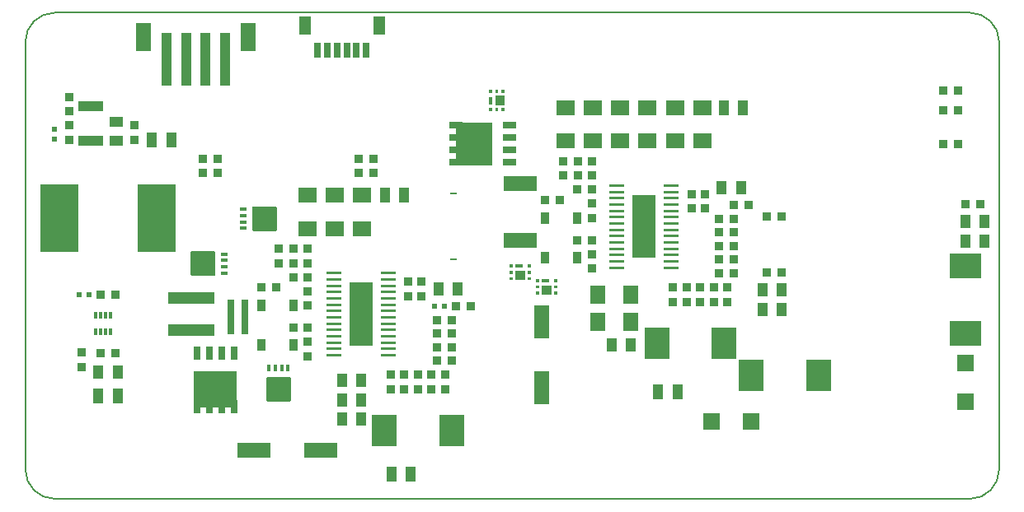
<source format=gtp>
%FSTAX43Y43*%
%MOMM*%
G71*
G01*
G75*
G04 Layer_Color=8421504*
%ADD10R,2.500X3.300*%
%ADD11R,1.500X1.900*%
%ADD12R,1.600X0.300*%
%ADD13R,3.400X9.700*%
%ADD14R,0.400X0.455*%
%ADD15R,1.050X1.100*%
%ADD16R,0.400X0.850*%
%ADD17C,1.500*%
%ADD18R,1.400X0.700*%
%ADD19R,3.800X4.500*%
%ADD20R,0.900X0.900*%
%ADD21R,1.700X1.700*%
%ADD22R,1.000X1.400*%
%ADD23R,1.700X1.700*%
%ADD24R,1.300X1.900*%
%ADD25R,0.650X1.600*%
%ADD26R,1.000X5.500*%
%ADD27R,1.600X3.000*%
%ADD28R,4.000X7.000*%
%ADD29R,0.300X0.800*%
%ADD30R,3.300X2.500*%
%ADD31R,1.000X1.500*%
%ADD32R,1.900X1.500*%
%ADD33R,3.000X2.500*%
%ADD34R,3.500X1.500*%
%ADD35R,0.900X1.200*%
%ADD36R,0.900X0.900*%
%ADD37R,0.455X0.400*%
%ADD38R,1.100X1.050*%
%ADD39R,0.850X0.400*%
%ADD40R,1.499X3.404*%
%ADD41R,0.600X0.600*%
%ADD42R,0.400X0.700*%
G04:AMPARAMS|DCode=43|XSize=2.51mm|YSize=2.55mm|CornerRadius=0.063mm|HoleSize=0mm|Usage=FLASHONLY|Rotation=270.000|XOffset=0mm|YOffset=0mm|HoleType=Round|Shape=RoundedRectangle|*
%AMROUNDEDRECTD43*
21,1,2.510,2.425,0,0,270.0*
21,1,2.385,2.550,0,0,270.0*
1,1,0.126,-1.212,-1.192*
1,1,0.126,-1.212,1.192*
1,1,0.126,1.212,1.192*
1,1,0.126,1.212,-1.192*
%
%ADD43ROUNDEDRECTD43*%
%ADD44R,0.753X3.600*%
%ADD45R,3.404X1.499*%
%ADD46R,0.700X0.400*%
G04:AMPARAMS|DCode=47|XSize=2.51mm|YSize=2.55mm|CornerRadius=0.063mm|HoleSize=0mm|Usage=FLASHONLY|Rotation=0.000|XOffset=0mm|YOffset=0mm|HoleType=Round|Shape=RoundedRectangle|*
%AMROUNDEDRECTD47*
21,1,2.510,2.425,0,0,0.0*
21,1,2.385,2.550,0,0,0.0*
1,1,0.126,1.192,-1.212*
1,1,0.126,-1.192,-1.212*
1,1,0.126,-1.192,1.212*
1,1,0.126,1.192,1.212*
%
%ADD47ROUNDEDRECTD47*%
%ADD48R,2.500X1.000*%
%ADD49R,1.400X1.000*%
%ADD50R,0.700X1.400*%
%ADD51R,4.500X3.800*%
%ADD52R,0.600X0.600*%
%ADD53R,4.700X1.250*%
%ADD54C,1.000*%
%ADD55C,0.600*%
%ADD56C,0.500*%
%ADD57C,0.300*%
%ADD58C,1.500*%
%ADD59C,0.900*%
%ADD60C,0.400*%
%ADD61C,1.700*%
%ADD62R,11.700X1.200*%
%ADD63R,4.000X11.800*%
%ADD64R,2.500X1.250*%
%ADD65R,2.500X7.100*%
%ADD66R,5.300X3.150*%
%ADD67R,6.100X1.000*%
%ADD68R,2.500X2.100*%
%ADD69R,13.900X1.900*%
%ADD70R,6.600X1.900*%
%ADD71R,3.200X8.500*%
%ADD72R,1.400X10.500*%
%ADD73R,3.300X1.500*%
%ADD74R,1.500X9.100*%
%ADD75R,1.100X3.875*%
%ADD76R,7.900X4.400*%
%ADD77R,3.200X0.600*%
%ADD78R,3.875X1.600*%
%ADD79R,15.400X1.900*%
%ADD80R,2.500X9.900*%
%ADD81R,3.400X4.200*%
%ADD82R,8.300X5.400*%
%ADD83R,24.000X2.700*%
%ADD84R,3.000X2.800*%
%ADD85R,2.900X11.200*%
%ADD86R,1.400X3.600*%
%ADD87R,4.200X1.450*%
%ADD88R,3.400X0.800*%
%ADD89R,1.000X9.300*%
%ADD90R,4.200X0.900*%
%ADD91R,3.400X5.700*%
%ADD92R,7.100X3.400*%
%ADD93R,4.400X8.250*%
%ADD94R,3.800X7.000*%
%ADD95R,4.400X13.600*%
%ADD96R,1.800X7.200*%
%ADD97R,5.100X10.400*%
%ADD98R,5.100X4.000*%
%ADD99R,7.200X5.500*%
%ADD100R,8.400X1.300*%
%ADD101R,6.100X3.100*%
%ADD102C,0.200*%
%ADD103R,2.000X2.000*%
%ADD104C,2.000*%
%ADD105C,0.500*%
%ADD106O,5.080X3.500*%
%ADD107O,3.000X4.000*%
%ADD108O,4.000X3.000*%
%ADD109C,0.700*%
%ADD110O,2.000X4.000*%
%ADD111C,1.700*%
%ADD112C,1.600*%
%ADD113R,1.600X1.600*%
%ADD114C,0.600*%
G04:AMPARAMS|DCode=115|XSize=14mm|YSize=4mm|CornerRadius=1mm|HoleSize=0mm|Usage=FLASHONLY|Rotation=0.000|XOffset=0mm|YOffset=0mm|HoleType=Round|Shape=RoundedRectangle|*
%AMROUNDEDRECTD115*
21,1,14.000,2.000,0,0,0.0*
21,1,12.000,4.000,0,0,0.0*
1,1,2.000,6.000,-1.000*
1,1,2.000,-6.000,-1.000*
1,1,2.000,-6.000,1.000*
1,1,2.000,6.000,1.000*
%
%ADD115ROUNDEDRECTD115*%
G04:AMPARAMS|DCode=116|XSize=14mm|YSize=4mm|CornerRadius=1mm|HoleSize=0mm|Usage=FLASHONLY|Rotation=270.000|XOffset=0mm|YOffset=0mm|HoleType=Round|Shape=RoundedRectangle|*
%AMROUNDEDRECTD116*
21,1,14.000,2.000,0,0,270.0*
21,1,12.000,4.000,0,0,270.0*
1,1,2.000,-1.000,-6.000*
1,1,2.000,-1.000,6.000*
1,1,2.000,1.000,6.000*
1,1,2.000,1.000,-6.000*
%
%ADD116ROUNDEDRECTD116*%
G04:AMPARAMS|DCode=117|XSize=8mm|YSize=8mm|CornerRadius=2mm|HoleSize=0mm|Usage=FLASHONLY|Rotation=270.000|XOffset=0mm|YOffset=0mm|HoleType=Round|Shape=RoundedRectangle|*
%AMROUNDEDRECTD117*
21,1,8.000,4.000,0,0,270.0*
21,1,4.000,8.000,0,0,270.0*
1,1,4.000,-2.000,-2.000*
1,1,4.000,-2.000,2.000*
1,1,4.000,2.000,2.000*
1,1,4.000,2.000,-2.000*
%
%ADD117ROUNDEDRECTD117*%
G04:AMPARAMS|DCode=118|XSize=9mm|YSize=4mm|CornerRadius=1mm|HoleSize=0mm|Usage=FLASHONLY|Rotation=270.000|XOffset=0mm|YOffset=0mm|HoleType=Round|Shape=RoundedRectangle|*
%AMROUNDEDRECTD118*
21,1,9.000,2.000,0,0,270.0*
21,1,7.000,4.000,0,0,270.0*
1,1,2.000,-1.000,-3.500*
1,1,2.000,-1.000,3.500*
1,1,2.000,1.000,3.500*
1,1,2.000,1.000,-3.500*
%
%ADD118ROUNDEDRECTD118*%
G04:AMPARAMS|DCode=119|XSize=3.5mm|YSize=5.5mm|CornerRadius=0.875mm|HoleSize=0mm|Usage=FLASHONLY|Rotation=270.000|XOffset=0mm|YOffset=0mm|HoleType=Round|Shape=RoundedRectangle|*
%AMROUNDEDRECTD119*
21,1,3.500,3.750,0,0,270.0*
21,1,1.750,5.500,0,0,270.0*
1,1,1.750,-1.875,-0.875*
1,1,1.750,-1.875,0.875*
1,1,1.750,1.875,0.875*
1,1,1.750,1.875,-0.875*
%
%ADD119ROUNDEDRECTD119*%
G04:AMPARAMS|DCode=120|XSize=3.5mm|YSize=3.5mm|CornerRadius=0.875mm|HoleSize=0mm|Usage=FLASHONLY|Rotation=270.000|XOffset=0mm|YOffset=0mm|HoleType=Round|Shape=RoundedRectangle|*
%AMROUNDEDRECTD120*
21,1,3.500,1.750,0,0,270.0*
21,1,1.750,3.500,0,0,270.0*
1,1,1.750,-0.875,-0.875*
1,1,1.750,-0.875,0.875*
1,1,1.750,0.875,0.875*
1,1,1.750,0.875,-0.875*
%
%ADD120ROUNDEDRECTD120*%
G04:AMPARAMS|DCode=121|XSize=6mm|YSize=5mm|CornerRadius=1.25mm|HoleSize=0mm|Usage=FLASHONLY|Rotation=270.000|XOffset=0mm|YOffset=0mm|HoleType=Round|Shape=RoundedRectangle|*
%AMROUNDEDRECTD121*
21,1,6.000,2.500,0,0,270.0*
21,1,3.500,5.000,0,0,270.0*
1,1,2.500,-1.250,-1.750*
1,1,2.500,-1.250,1.750*
1,1,2.500,1.250,1.750*
1,1,2.500,1.250,-1.750*
%
%ADD121ROUNDEDRECTD121*%
G04:AMPARAMS|DCode=122|XSize=6mm|YSize=7mm|CornerRadius=1.5mm|HoleSize=0mm|Usage=FLASHONLY|Rotation=270.000|XOffset=0mm|YOffset=0mm|HoleType=Round|Shape=RoundedRectangle|*
%AMROUNDEDRECTD122*
21,1,6.000,4.000,0,0,270.0*
21,1,3.000,7.000,0,0,270.0*
1,1,3.000,-2.000,-1.500*
1,1,3.000,-2.000,1.500*
1,1,3.000,2.000,1.500*
1,1,3.000,2.000,-1.500*
%
%ADD122ROUNDEDRECTD122*%
%ADD123C,2.000*%
%ADD124R,14.000X6.100*%
%ADD125C,0.100*%
%ADD126C,0.254*%
%ADD127C,0.152*%
%ADD128R,0.689X0.189*%
G36*
X0270889Y0225221D02*
X0270549Y0225221D01*
X0270549Y0225521D01*
X0270889Y0225521D01*
X0270889Y0225221D01*
X0270889Y0225221D02*
G37*
G36*
X0269049Y0225221D02*
X0268708Y0225221D01*
X0268708Y0225521D01*
X0269049Y0225521D01*
X0269049Y0225221D01*
X0269049Y0225221D02*
G37*
G36*
X0254374Y0224721D02*
X0252824Y0224721D01*
X0252824Y0224971D01*
X0254374Y0224971D01*
X0254374Y0224721D01*
X0254374Y0224721D02*
G37*
G36*
X0248774Y0225371D02*
X0247224Y0225371D01*
X0247224Y0225621D01*
X0248774Y0225621D01*
X0248774Y0225371D01*
X0248774Y0225371D02*
G37*
G36*
X0270078Y0225871D02*
X0269328Y0225871D01*
X0269328Y0226171D01*
X0270078Y0226171D01*
X0270078Y0225871D01*
X0270078Y0225871D02*
G37*
G36*
X0269049Y0225871D02*
X0268708Y0225871D01*
X0268708Y0226171D01*
X0269049Y0226171D01*
X0269049Y0225871D01*
X0269049Y0225871D02*
G37*
G36*
X0254374Y0225371D02*
X0252824Y0225371D01*
X0252824Y0225621D01*
X0254374Y0225621D01*
X0254374Y0225371D01*
X0254374Y0225371D02*
G37*
G36*
X0254374Y0224071D02*
X0252824Y0224071D01*
X0252824Y0224321D01*
X0254374Y0224321D01*
X0254374Y0224071D01*
X0254374Y0224071D02*
G37*
G36*
X0248774Y0224071D02*
X0247224Y0224071D01*
X0247224Y0224321D01*
X0248774Y0224321D01*
X0248774Y0224071D01*
X0248774Y0224071D02*
G37*
G36*
X0254374Y0223421D02*
X0252824Y0223421D01*
X0252824Y0223671D01*
X0254374Y0223671D01*
X0254374Y0223421D01*
X0254374Y0223421D02*
G37*
G36*
X0269049Y0224571D02*
X0268708Y0224571D01*
X0268708Y0224871D01*
X0269049Y0224871D01*
X0269049Y0224571D01*
X0269049Y0224571D02*
G37*
G36*
X0248774Y0224721D02*
X0247224Y0224721D01*
X0247224Y0224971D01*
X0248774Y0224971D01*
X0248774Y0224721D01*
X0248774Y0224721D02*
G37*
G36*
X0270889Y0224571D02*
X0270549Y0224571D01*
X0270549Y0224871D01*
X0270889Y0224871D01*
X0270889Y0224571D01*
X0270889Y0224571D02*
G37*
G36*
X0270299Y0224571D02*
X0269299Y0224571D01*
X0269299Y0225521D01*
X0270299Y0225521D01*
X0270299Y0224571D01*
X0270299Y0224571D02*
G37*
G36*
X0270889Y0225871D02*
X0270549Y0225871D01*
X0270549Y0226171D01*
X0270889Y0226171D01*
X0270889Y0225871D01*
X0270889Y0225871D02*
G37*
G36*
X0248774Y0226671D02*
X0247224Y0226671D01*
X0247224Y0226921D01*
X0248774Y0226921D01*
X0248774Y0226671D01*
X0248774Y0226671D02*
G37*
G36*
X0237051Y0226646D02*
X0236449Y0226646D01*
X0236449Y0226945D01*
X0237051Y0226945D01*
X0237051Y0226646D01*
X0237051Y0226646D02*
G37*
G36*
X0233948Y0226646D02*
X0233349Y0226646D01*
X0233349Y0226946D01*
X0233948Y0226946D01*
X0233948Y0226646D01*
X0233948Y0226646D02*
G37*
G36*
X0254374Y0226671D02*
X0252824Y0226671D01*
X0252824Y0226921D01*
X0254374Y0226921D01*
X0254374Y0226671D01*
X0254374Y0226671D02*
G37*
G36*
X0277773Y0227221D02*
X0276224Y0227221D01*
X0276224Y0227471D01*
X0277773Y0227471D01*
X0277773Y0227221D01*
X0277773Y0227221D02*
G37*
G36*
X0268189Y0226721D02*
X0267849Y0226721D01*
X0267849Y0227021D01*
X0268189Y0227021D01*
X0268189Y0226721D01*
X0268189Y0226721D02*
G37*
G36*
X0266349Y0226721D02*
X0266009Y0226721D01*
X0266009Y0227021D01*
X0266349Y0227021D01*
X0266349Y0226721D01*
X0266349Y0226721D02*
G37*
G36*
X0266349Y0226071D02*
X0266009Y0226071D01*
X0266009Y0226371D01*
X0266349Y0226371D01*
X0266349Y0226071D01*
X0266349Y0226071D02*
G37*
G36*
X0254374Y0226021D02*
X0252824Y0226021D01*
X0252824Y0226271D01*
X0254374Y0226271D01*
X0254374Y0226021D01*
X0254374Y0226021D02*
G37*
G36*
X0248774Y0226021D02*
X0247224Y0226021D01*
X0247224Y0226271D01*
X0248774Y0226271D01*
X0248774Y0226021D01*
X0248774Y0226021D02*
G37*
G36*
X0267599Y0226071D02*
X0266599Y0226071D01*
X0266599Y0227021D01*
X0267599Y0227021D01*
X0267599Y0226071D01*
X0267599Y0226071D02*
G37*
G36*
X0235759Y0226546D02*
X0235054Y0226546D01*
X0235054Y0227671D01*
X0235759Y0227671D01*
X0235759Y0226546D01*
X0235759Y0226546D02*
G37*
G36*
X0234853Y0226546D02*
X0234149Y0226546D01*
X0234149Y0227671D01*
X0234853Y0227671D01*
X0234853Y0226546D01*
X0234853Y0226546D02*
G37*
G36*
X0268189Y0226071D02*
X0267849Y0226071D01*
X0267849Y0226371D01*
X0268189Y0226371D01*
X0268189Y0226071D01*
X0268189Y0226071D02*
G37*
G36*
X0248774Y0223421D02*
X0247224Y0223421D01*
X0247224Y0223671D01*
X0248774Y0223671D01*
X0248774Y0223421D01*
X0248774Y0223421D02*
G37*
G36*
X0242124Y0216721D02*
X0241823Y0216721D01*
X0241823Y0217323D01*
X0242124Y0217323D01*
X0242124Y0216721D01*
X0242124Y0216721D02*
G37*
G36*
X0241474Y0216721D02*
X0241173Y0216721D01*
X0241173Y0217322D01*
X0241474Y0217322D01*
X0241474Y0216721D01*
X0241474Y0216721D02*
G37*
G36*
X0243524Y0215326D02*
X0242399Y0215326D01*
X0242399Y0216031D01*
X0243524Y0216031D01*
X0243524Y0215326D01*
X0243524Y0215326D02*
G37*
G36*
X0242774Y0216721D02*
X0242474Y0216721D01*
X0242474Y0217323D01*
X0242774Y0217323D01*
X0242774Y0216721D01*
X0242774Y0216721D02*
G37*
G36*
X0254374Y0218221D02*
X0252824Y0218221D01*
X0252824Y0218471D01*
X0254374Y0218471D01*
X0254374Y0218221D01*
X0254374Y0218221D02*
G37*
G36*
X0248774Y0218221D02*
X0247224Y0218221D01*
X0247224Y0218471D01*
X0248774Y0218471D01*
X0248774Y0218221D01*
X0248774Y0218221D02*
G37*
G36*
X0243424Y0216721D02*
X0243125Y0216721D01*
X0243125Y0217324D01*
X0243424Y0217324D01*
X0243424Y0216721D01*
X0243424Y0216721D02*
G37*
G36*
X0242774Y0213621D02*
X0242474Y0213621D01*
X0242474Y021422D01*
X0242774Y021422D01*
X0242774Y0213621D01*
X0242774Y0213621D02*
G37*
G36*
X0242124Y0213621D02*
X0241823Y0213621D01*
X0241823Y021422D01*
X0242124Y021422D01*
X0242124Y0213621D01*
X0242124Y0213621D02*
G37*
G36*
X0241474Y0213621D02*
X0241172Y0213621D01*
X0241172Y021422D01*
X0241474Y021422D01*
X0241474Y0213621D01*
X0241474Y0213621D02*
G37*
G36*
X0243424Y0213621D02*
X0243124Y0213621D01*
X0243124Y021422D01*
X0243424Y021422D01*
X0243424Y0213621D01*
X0243424Y0213621D02*
G37*
G36*
X0242199Y0215326D02*
X0241073Y0215326D01*
X0241073Y0216031D01*
X0242199Y0216031D01*
X0242199Y0215326D01*
X0242199Y0215326D02*
G37*
G36*
X0243524Y0214421D02*
X0242399Y0214421D01*
X0242399Y0215126D01*
X0243524Y0215126D01*
X0243524Y0214421D01*
X0243524Y0214421D02*
G37*
G36*
X0242199Y0214421D02*
X0241073Y0214421D01*
X0241073Y0215126D01*
X0242199Y0215126D01*
X0242199Y0214421D01*
X0242199Y0214421D02*
G37*
G36*
X0248774Y0218871D02*
X0247224Y0218871D01*
X0247224Y0219121D01*
X0248774Y0219121D01*
X0248774Y0218871D01*
X0248774Y0218871D02*
G37*
G36*
X0254374Y0221471D02*
X0252824Y0221471D01*
X0252824Y0221721D01*
X0254374Y0221721D01*
X0254374Y0221471D01*
X0254374Y0221471D02*
G37*
G36*
X0248774Y0221471D02*
X0247224Y0221471D01*
X0247224Y0221721D01*
X0248774Y0221721D01*
X0248774Y0221471D01*
X0248774Y0221471D02*
G37*
G36*
X0254374Y0220821D02*
X0252824Y0220821D01*
X0252824Y0221071D01*
X0254374Y0221071D01*
X0254374Y0220821D01*
X0254374Y0220821D02*
G37*
G36*
X0248774Y0222121D02*
X0247224Y0222121D01*
X0247224Y0222371D01*
X0248774Y0222371D01*
X0248774Y0222121D01*
X0248774Y0222121D02*
G37*
G36*
X0254374Y0222771D02*
X0252824Y0222771D01*
X0252824Y0223021D01*
X0254374Y0223021D01*
X0254374Y0222771D01*
X0254374Y0222771D02*
G37*
G36*
X0248774Y0222771D02*
X0247224Y0222771D01*
X0247224Y0223021D01*
X0248774Y0223021D01*
X0248774Y0222771D01*
X0248774Y0222771D02*
G37*
G36*
X0254374Y0222121D02*
X0252824Y0222121D01*
X0252824Y0222371D01*
X0254374Y0222371D01*
X0254374Y0222121D01*
X0254374Y0222121D02*
G37*
G36*
X0248774Y0219521D02*
X0247224Y0219521D01*
X0247224Y0219771D01*
X0248774Y0219771D01*
X0248774Y0219521D01*
X0248774Y0219521D02*
G37*
G36*
X0251999Y0219341D02*
X0249599Y0219341D01*
X0249599Y0225801D01*
X0251999Y0225801D01*
X0251999Y0219341D01*
X0251999Y0219341D02*
G37*
G36*
X0254374Y0218871D02*
X0252824Y0218871D01*
X0252824Y0219121D01*
X0254374Y0219121D01*
X0254374Y0218871D01*
X0254374Y0218871D02*
G37*
G36*
X0254374Y0219521D02*
X0252824Y0219521D01*
X0252824Y0219771D01*
X0254374Y0219771D01*
X0254374Y0219521D01*
X0254374Y0219521D02*
G37*
G36*
X0248774Y0220821D02*
X0247224Y0220821D01*
X0247224Y0221071D01*
X0248774Y0221071D01*
X0248774Y0220821D01*
X0248774Y0220821D02*
G37*
G36*
X0254374Y0220171D02*
X0252824Y0220171D01*
X0252824Y0220421D01*
X0254374Y0220421D01*
X0254374Y0220171D01*
X0254374Y0220171D02*
G37*
G36*
X0248774Y0220171D02*
X0247224Y0220171D01*
X0247224Y0220421D01*
X0248774Y0220421D01*
X0248774Y0220171D01*
X0248774Y0220171D02*
G37*
G36*
X0277773Y0233071D02*
X0276224Y0233071D01*
X0276224Y0233321D01*
X0277773Y0233321D01*
X0277773Y0233071D01*
X0277773Y0233071D02*
G37*
G36*
X0238949Y0232546D02*
X0238346Y0232546D01*
X0238346Y0232846D01*
X0238949Y0232846D01*
X0238949Y0232546D01*
X0238949Y0232546D02*
G37*
G36*
X0242049Y0232546D02*
X024145Y0232546D01*
X024145Y0232846D01*
X0242049Y0232846D01*
X0242049Y0232546D01*
X0242049Y0232546D02*
G37*
G36*
X0283374Y0233071D02*
X0281824Y0233071D01*
X0281824Y0233321D01*
X0283374Y0233321D01*
X0283374Y0233071D01*
X0283374Y0233071D02*
G37*
G36*
X0277773Y0233721D02*
X0276224Y0233721D01*
X0276224Y0233971D01*
X0277773Y0233971D01*
X0277773Y0233721D01*
X0277773Y0233721D02*
G37*
G36*
X0238949Y0233197D02*
X0238346Y0233197D01*
X0238346Y0233496D01*
X0238949Y0233496D01*
X0238949Y0233197D01*
X0238949Y0233197D02*
G37*
G36*
X0242049Y0233196D02*
X0241449Y0233196D01*
X0241449Y0233496D01*
X0242049Y0233496D01*
X0242049Y0233196D01*
X0242049Y0233196D02*
G37*
G36*
X0242049Y0231896D02*
X0241449Y0231896D01*
X0241449Y0232196D01*
X0242049Y0232196D01*
X0242049Y0231896D01*
X0242049Y0231896D02*
G37*
G36*
X0238949Y0231895D02*
X0238346Y0231895D01*
X0238346Y0232196D01*
X0238949Y0232196D01*
X0238949Y0231895D01*
X0238949Y0231895D02*
G37*
G36*
X0283374Y0231771D02*
X0281824Y0231771D01*
X0281824Y0232021D01*
X0283374Y0232021D01*
X0283374Y0231771D01*
X0283374Y0231771D02*
G37*
G36*
X0277773Y0232421D02*
X0276224Y0232421D01*
X0276224Y0232671D01*
X0277773Y0232671D01*
X0277773Y0232421D01*
X0277773Y0232421D02*
G37*
G36*
X0241249Y0232471D02*
X0240544Y0232471D01*
X0240544Y0233596D01*
X0241249Y0233596D01*
X0241249Y0232471D01*
X0241249Y0232471D02*
G37*
G36*
X0240344Y0232471D02*
X0239638Y0232471D01*
X0239638Y0233596D01*
X0240344Y0233596D01*
X0240344Y0232471D01*
X0240344Y0232471D02*
G37*
G36*
X0283374Y0232421D02*
X0281824Y0232421D01*
X0281824Y0232671D01*
X0283374Y0232671D01*
X0283374Y0232421D01*
X0283374Y0232421D02*
G37*
G36*
X0283374Y0233721D02*
X0281824Y0233721D01*
X0281824Y0233971D01*
X0283374Y0233971D01*
X0283374Y0233721D01*
X0283374Y0233721D02*
G37*
G36*
X0265499Y0244071D02*
X0264549Y0244071D01*
X0264549Y0245071D01*
X0265499Y0245071D01*
X0265499Y0244071D01*
X0265499Y0244071D02*
G37*
G36*
X0264849Y0243481D02*
X0264549Y0243481D01*
X0264549Y0243821D01*
X0264849Y0243821D01*
X0264849Y0243481D01*
X0264849Y0243481D02*
G37*
G36*
X0265499Y0243481D02*
X0265199Y0243481D01*
X0265199Y0243821D01*
X0265499Y0243821D01*
X0265499Y0243481D01*
X0265499Y0243481D02*
G37*
G36*
X0264199Y02441D02*
X0263898Y02441D01*
X0263898Y024485D01*
X0264199Y024485D01*
X0264199Y02441D01*
X0264199Y02441D02*
G37*
G36*
X0265499Y0245321D02*
X0265199Y0245321D01*
X0265199Y0245661D01*
X0265499Y0245661D01*
X0265499Y0245321D01*
X0265499Y0245321D02*
G37*
G36*
X0264849Y0245321D02*
X0264549Y0245321D01*
X0264549Y0245661D01*
X0264849Y0245661D01*
X0264849Y0245321D01*
X0264849Y0245321D02*
G37*
G36*
X0264199Y0245321D02*
X0263898Y0245321D01*
X0263898Y0245661D01*
X0264199Y0245661D01*
X0264199Y0245321D01*
X0264199Y0245321D02*
G37*
G36*
X0277773Y0235021D02*
X0276224Y0235021D01*
X0276224Y0235271D01*
X0277773Y0235271D01*
X0277773Y0235021D01*
X0277773Y0235021D02*
G37*
G36*
X0283374Y0234371D02*
X0281824Y0234371D01*
X0281824Y0234621D01*
X0283374Y0234621D01*
X0283374Y0234371D01*
X0283374Y0234371D02*
G37*
G36*
X0277773Y0234371D02*
X0276224Y0234371D01*
X0276224Y0234621D01*
X0277773Y0234621D01*
X0277773Y0234371D01*
X0277773Y0234371D02*
G37*
G36*
X0283374Y0235021D02*
X0281824Y0235021D01*
X0281824Y0235271D01*
X0283374Y0235271D01*
X0283374Y0235021D01*
X0283374Y0235021D02*
G37*
G36*
X0264199Y0243481D02*
X0263898Y0243481D01*
X0263898Y0243821D01*
X0264199Y0243821D01*
X0264199Y0243481D01*
X0264199Y0243481D02*
G37*
G36*
X0283374Y0235671D02*
X0281824Y0235671D01*
X0281824Y0235921D01*
X0283374Y0235921D01*
X0283374Y0235671D01*
X0283374Y0235671D02*
G37*
G36*
X0277773Y0235671D02*
X0276224Y0235671D01*
X0276224Y0235921D01*
X0277773Y0235921D01*
X0277773Y0235671D01*
X0277773Y0235671D02*
G37*
G36*
X0277773Y0231771D02*
X0276224Y0231771D01*
X0276224Y0232021D01*
X0277773Y0232021D01*
X0277773Y0231771D01*
X0277773Y0231771D02*
G37*
G36*
X0283374Y0227871D02*
X0281824Y0227871D01*
X0281824Y0228121D01*
X0283374Y0228121D01*
X0283374Y0227871D01*
X0283374Y0227871D02*
G37*
G36*
X0277773Y0227871D02*
X0276224Y0227871D01*
X0276224Y0228121D01*
X0277773Y0228121D01*
X0277773Y0227871D01*
X0277773Y0227871D02*
G37*
G36*
X0235759Y0227871D02*
X0235054Y0227871D01*
X0235054Y0228996D01*
X0235759Y0228996D01*
X0235759Y0227871D01*
X0235759Y0227871D02*
G37*
G36*
X0233948Y0227946D02*
X0233349Y0227946D01*
X0233349Y0228246D01*
X0233948Y0228246D01*
X0233948Y0227946D01*
X0233948Y0227946D02*
G37*
G36*
X0277773Y0228521D02*
X0276224Y0228521D01*
X0276224Y0228771D01*
X0277773Y0228771D01*
X0277773Y0228521D01*
X0277773Y0228521D02*
G37*
G36*
X0280999Y0228341D02*
X0278599Y0228341D01*
X0278599Y0234801D01*
X0280999Y0234801D01*
X0280999Y0228341D01*
X0280999Y0228341D02*
G37*
G36*
X0237051Y0227946D02*
X0236449Y0227946D01*
X0236449Y0228247D01*
X0237051Y0228247D01*
X0237051Y0227946D01*
X0237051Y0227946D02*
G37*
G36*
X0237051Y0227296D02*
X0236449Y0227296D01*
X0236449Y0227596D01*
X0237051Y0227596D01*
X0237051Y0227296D01*
X0237051Y0227296D02*
G37*
G36*
X0233947Y0227296D02*
X0233349Y0227296D01*
X0233349Y0227596D01*
X0233947Y0227596D01*
X0233947Y0227296D01*
X0233947Y0227296D02*
G37*
G36*
X0283374Y0227221D02*
X0281824Y0227221D01*
X0281824Y0227471D01*
X0283374Y0227471D01*
X0283374Y0227221D01*
X0283374Y0227221D02*
G37*
G36*
X0266349Y0227371D02*
X0266009Y0227371D01*
X0266009Y0227671D01*
X0266349Y0227671D01*
X0266349Y0227371D01*
X0266349Y0227371D02*
G37*
G36*
X0234853Y0227871D02*
X0234149Y0227871D01*
X0234149Y0228997D01*
X0234853Y0228997D01*
X0234853Y0227871D01*
X0234853Y0227871D02*
G37*
G36*
X0268189Y0227371D02*
X0267849Y0227371D01*
X0267849Y0227671D01*
X0268189Y0227671D01*
X0268189Y0227371D01*
X0268189Y0227371D02*
G37*
G36*
X0267378Y0227371D02*
X0266628Y0227371D01*
X0266628Y0227671D01*
X0267378Y0227671D01*
X0267378Y0227371D01*
X0267378Y0227371D02*
G37*
G36*
X0283374Y0228521D02*
X0281824Y0228521D01*
X0281824Y0228771D01*
X0283374Y0228771D01*
X0283374Y0228521D01*
X0283374Y0228521D02*
G37*
G36*
X0283374Y0231121D02*
X0281824Y0231121D01*
X0281824Y0231371D01*
X0283374Y0231371D01*
X0283374Y0231121D01*
X0283374Y0231121D02*
G37*
G36*
X0277773Y0231121D02*
X0276224Y0231121D01*
X0276224Y0231371D01*
X0277773Y0231371D01*
X0277773Y0231121D01*
X0277773Y0231121D02*
G37*
G36*
X0283374Y0230471D02*
X0281824Y0230471D01*
X0281824Y0230721D01*
X0283374Y0230721D01*
X0283374Y0230471D01*
X0283374Y0230471D02*
G37*
G36*
X0241249Y0231145D02*
X0240544Y0231145D01*
X0240544Y0232271D01*
X0241249Y0232271D01*
X0241249Y0231145D01*
X0241249Y0231145D02*
G37*
G36*
X0238949Y0231245D02*
X0238348Y0231245D01*
X0238348Y0231546D01*
X0238949Y0231546D01*
X0238949Y0231245D01*
X0238949Y0231245D02*
G37*
G36*
X0242049Y0231245D02*
X024145Y0231245D01*
X024145Y0231546D01*
X0242049Y0231546D01*
X0242049Y0231245D01*
X0242049Y0231245D02*
G37*
G36*
X0240344Y0231146D02*
X0239638Y0231146D01*
X0239638Y0232271D01*
X0240344Y0232271D01*
X0240344Y0231146D01*
X0240344Y0231146D02*
G37*
G36*
X0277773Y0229171D02*
X0276224Y0229171D01*
X0276224Y0229421D01*
X0277773Y0229421D01*
X0277773Y0229171D01*
X0277773Y0229171D02*
G37*
G36*
X0237049Y0228596D02*
X0236449Y0228596D01*
X0236449Y0228897D01*
X0237049Y0228897D01*
X0237049Y0228596D01*
X0237049Y0228596D02*
G37*
G36*
X0233947Y0228596D02*
X0233349Y0228596D01*
X0233349Y0228897D01*
X0233947Y0228897D01*
X0233947Y0228596D01*
X0233947Y0228596D02*
G37*
G36*
X0283374Y0229171D02*
X0281824Y0229171D01*
X0281824Y0229421D01*
X0283374Y0229421D01*
X0283374Y0229171D01*
X0283374Y0229171D02*
G37*
G36*
X0277773Y0230471D02*
X0276224Y0230471D01*
X0276224Y0230721D01*
X0277773Y0230721D01*
X0277773Y0230471D01*
X0277773Y0230471D02*
G37*
G36*
X0283374Y0229821D02*
X0281824Y0229821D01*
X0281824Y0230071D01*
X0283374Y0230071D01*
X0283374Y0229821D01*
X0283374Y0229821D02*
G37*
G36*
X0277773Y0229821D02*
X0276224Y0229821D01*
X0276224Y0230071D01*
X0277773Y0230071D01*
X0277773Y0229821D01*
X0277773Y0229821D02*
G37*
D10*
X0260049Y0210571D02*
D03*
X0253149Y0210571D02*
D03*
X0288049Y0219571D02*
D03*
X0281148Y0219571D02*
D03*
X0297749Y0216271D02*
D03*
X0290849Y0216271D02*
D03*
D11*
X0278499Y0224571D02*
D03*
X0275099Y0224571D02*
D03*
X0278499Y0221771D02*
D03*
X0275099Y0221771D02*
D03*
D18*
X0266049Y0241976D02*
D03*
X0266049Y0240706D02*
D03*
X0266049Y0239436D02*
D03*
X0266049Y0238166D02*
D03*
X0260549Y0238166D02*
D03*
X0260549Y0239436D02*
D03*
X0260549Y0240706D02*
D03*
X0260549Y0241976D02*
D03*
D19*
X0262349Y0240071D02*
D03*
D20*
X0310549Y0240071D02*
D03*
X0312049Y0240071D02*
D03*
X0314349Y0233871D02*
D03*
X0312849Y0233871D02*
D03*
X0236049Y0237071D02*
D03*
X0234549Y0237071D02*
D03*
X0234549Y0238571D02*
D03*
X0236049Y0238571D02*
D03*
X0250549Y0237071D02*
D03*
X0252049Y0237071D02*
D03*
X0252049Y0238571D02*
D03*
X0250549Y0238571D02*
D03*
X0312049Y0243571D02*
D03*
X0310549Y0243571D02*
D03*
X0310549Y0245571D02*
D03*
X0312049Y0245571D02*
D03*
X0271549Y0238321D02*
D03*
X0273049Y0238321D02*
D03*
X0271549Y0236821D02*
D03*
X0273049Y0236821D02*
D03*
X0274499Y0235371D02*
D03*
X0272999Y0235371D02*
D03*
X0271148Y0234271D02*
D03*
X0269648Y0234271D02*
D03*
X0289049Y0228171D02*
D03*
X0287549Y0228171D02*
D03*
X0289049Y0226771D02*
D03*
X0287549Y0226771D02*
D03*
X0290549Y0233771D02*
D03*
X0289049Y0233771D02*
D03*
X0287549Y0229571D02*
D03*
X0289049Y0229571D02*
D03*
X0287549Y0232371D02*
D03*
X0289049Y0232371D02*
D03*
X0287549Y0230971D02*
D03*
X0289049Y0230971D02*
D03*
X0292449Y0232571D02*
D03*
X0293949Y0232571D02*
D03*
X0292449Y0226871D02*
D03*
X0293949Y0226871D02*
D03*
X0272949Y0230171D02*
D03*
X0274449Y0230171D02*
D03*
X0260049Y0219171D02*
D03*
X0258549Y0219171D02*
D03*
X0260049Y0217771D02*
D03*
X0258549Y0217771D02*
D03*
X0262049Y0223371D02*
D03*
X0260549Y0223371D02*
D03*
X0258549Y0220571D02*
D03*
X0260049Y0220571D02*
D03*
X0258549Y0221971D02*
D03*
X0260049Y0221971D02*
D03*
X0242349Y0229271D02*
D03*
X0243849Y0229271D02*
D03*
X0242349Y0227771D02*
D03*
X0243849Y0227771D02*
D03*
X0245299Y0226371D02*
D03*
X0243799Y0226371D02*
D03*
X0242049Y0225371D02*
D03*
X0240549Y0225371D02*
D03*
X0243799Y0221171D02*
D03*
X0245299Y0221171D02*
D03*
X0225549Y0218571D02*
D03*
X0224049Y0218571D02*
D03*
X0225549Y0224571D02*
D03*
X0224049Y0224571D02*
D03*
D21*
X0286799Y0211571D02*
D03*
X0290799Y0211571D02*
D03*
D22*
X0314799Y0232071D02*
D03*
X0312799Y0232071D02*
D03*
X0314799Y0230071D02*
D03*
X0312799Y0230071D02*
D03*
X0287799Y0235571D02*
D03*
X0289799Y0235571D02*
D03*
X0291999Y0225071D02*
D03*
X0293999Y0225071D02*
D03*
X0291999Y0223071D02*
D03*
X0293999Y0223071D02*
D03*
X0278499Y0219371D02*
D03*
X0276499Y0219371D02*
D03*
X0258699Y0225171D02*
D03*
X0260699Y0225171D02*
D03*
X0250799Y0211771D02*
D03*
X0248799Y0211771D02*
D03*
X0250799Y0213771D02*
D03*
X0248799Y0213771D02*
D03*
X0250799Y0215771D02*
D03*
X0248799Y0215771D02*
D03*
X0225799Y0216571D02*
D03*
X0223799Y0216571D02*
D03*
D23*
X0312799Y0213571D02*
D03*
X0312799Y0217571D02*
D03*
D24*
X0244999Y0252266D02*
D03*
X0252599Y0252266D02*
D03*
D25*
X0246299Y0249741D02*
D03*
X0247299Y0249741D02*
D03*
X0248299Y0249741D02*
D03*
X0249299Y0249741D02*
D03*
X0250299Y0249741D02*
D03*
X0251299Y0249741D02*
D03*
D26*
X0230799Y0248821D02*
D03*
X0232799Y0248821D02*
D03*
X0234799Y0248821D02*
D03*
X0236799Y0248821D02*
D03*
D27*
X0228399Y0251071D02*
D03*
X0239199Y0251071D02*
D03*
D28*
X0219799Y0232471D02*
D03*
X0229799Y0232471D02*
D03*
D29*
X0223548Y0220721D02*
D03*
X0224048Y0220721D02*
D03*
X0224549Y0220721D02*
D03*
X0225049Y0220721D02*
D03*
X0225049Y0222421D02*
D03*
X0224549Y0222421D02*
D03*
X0224048Y0222421D02*
D03*
X0223548Y0222421D02*
D03*
D30*
X0312799Y0227521D02*
D03*
X0312799Y0220621D02*
D03*
D31*
X0289999Y0243771D02*
D03*
X0287999Y0243771D02*
D03*
X0283299Y0214571D02*
D03*
X0281299Y0214571D02*
D03*
X0255899Y0206071D02*
D03*
X0253899Y0206071D02*
D03*
X0253199Y0234771D02*
D03*
X0255199Y0234771D02*
D03*
X0229299Y0240521D02*
D03*
X0231299Y0240521D02*
D03*
X0225799Y0214171D02*
D03*
X0223799Y0214171D02*
D03*
D32*
X0271799Y0240371D02*
D03*
X0271799Y0243771D02*
D03*
X0274599Y0240371D02*
D03*
X0274599Y0243771D02*
D03*
X0277398Y0240371D02*
D03*
X0277398Y0243771D02*
D03*
X0280199Y0240371D02*
D03*
X0280199Y0243771D02*
D03*
X0285799Y0240371D02*
D03*
X0285799Y0243771D02*
D03*
X0282999Y0240371D02*
D03*
X0282999Y0243771D02*
D03*
X0245299Y0231371D02*
D03*
X0245299Y0234771D02*
D03*
X0248099Y0231371D02*
D03*
X0248099Y0234771D02*
D03*
X0250899Y0231371D02*
D03*
X0250899Y0234771D02*
D03*
D34*
X0267099Y0235971D02*
D03*
X0267099Y0230171D02*
D03*
D35*
X0269648Y0232446D02*
D03*
X0272949Y0232446D02*
D03*
X0269648Y0228371D02*
D03*
X0272949Y0228371D02*
D03*
X0240549Y0223446D02*
D03*
X0243849Y0223446D02*
D03*
X0240549Y0219371D02*
D03*
X0243849Y0219371D02*
D03*
D36*
X0274499Y0238321D02*
D03*
X0274499Y0236821D02*
D03*
X0274499Y0232446D02*
D03*
X0274499Y0233946D02*
D03*
X0286099Y0234921D02*
D03*
X0286099Y0233421D02*
D03*
X0284699Y0233421D02*
D03*
X0284699Y0234921D02*
D03*
X0288398Y0223821D02*
D03*
X0288398Y0225321D02*
D03*
X0285599Y0223821D02*
D03*
X0285599Y0225321D02*
D03*
X0284199Y0223821D02*
D03*
X0284199Y0225321D02*
D03*
X0282799Y0223821D02*
D03*
X0282799Y0225321D02*
D03*
X0286999Y0223821D02*
D03*
X0286999Y0225321D02*
D03*
X0274499Y0228746D02*
D03*
X0274499Y0227246D02*
D03*
X0256999Y0225921D02*
D03*
X0256999Y0224421D02*
D03*
X0255599Y0224421D02*
D03*
X0255599Y0225921D02*
D03*
X0259398Y0214821D02*
D03*
X0259398Y0216321D02*
D03*
X0256599Y0214821D02*
D03*
X0256599Y0216321D02*
D03*
X0255199Y0214821D02*
D03*
X0255199Y0216321D02*
D03*
X0253799Y0214821D02*
D03*
X0253799Y0216321D02*
D03*
X0257999Y0214821D02*
D03*
X0257999Y0216321D02*
D03*
X0245299Y0229271D02*
D03*
X0245299Y0227771D02*
D03*
X0245299Y0223446D02*
D03*
X0245299Y0224946D02*
D03*
X0245299Y0219746D02*
D03*
X0245299Y0218246D02*
D03*
X0220799Y0244921D02*
D03*
X0220799Y0243421D02*
D03*
X0220799Y0242021D02*
D03*
X0220799Y0240521D02*
D03*
X0227499Y0242021D02*
D03*
X0227499Y0240521D02*
D03*
X0222099Y0218621D02*
D03*
X0222099Y0217121D02*
D03*
D40*
X0269299Y0214971D02*
D03*
X0269299Y0221771D02*
D03*
D41*
X0259299Y0223371D02*
D03*
X0258299Y0223371D02*
D03*
X0221799Y0224571D02*
D03*
X0222799Y0224571D02*
D03*
D42*
X0243274Y0217021D02*
D03*
X0242624Y0217021D02*
D03*
X0241974Y0217021D02*
D03*
X0241324Y0217021D02*
D03*
D43*
X0242299Y0214826D02*
D03*
D44*
X0238825Y0222246D02*
D03*
X0237372Y0222246D02*
D03*
D45*
X0246599Y0208571D02*
D03*
X0239799Y0208571D02*
D03*
D46*
X0238649Y0233346D02*
D03*
X0238649Y0232696D02*
D03*
X0238649Y0232046D02*
D03*
X0238649Y0231396D02*
D03*
X0236749Y0226796D02*
D03*
X0236749Y0227446D02*
D03*
X0236749Y0228096D02*
D03*
X0236749Y0228746D02*
D03*
D47*
X0240844Y0232371D02*
D03*
X0234554Y0227771D02*
D03*
D48*
X0222999Y0240421D02*
D03*
X0222999Y0243921D02*
D03*
D49*
X0225599Y0242371D02*
D03*
X0225599Y0240371D02*
D03*
D50*
X0233894Y0218521D02*
D03*
X0235164Y0218521D02*
D03*
X0236434Y0218521D02*
D03*
X0237704Y0218521D02*
D03*
X0237704Y0213021D02*
D03*
X0236434Y0213021D02*
D03*
X0235164Y0213021D02*
D03*
X0233894Y0213021D02*
D03*
D51*
X0235799Y0214821D02*
D03*
D52*
X0219299Y0240571D02*
D03*
X0219299Y0241571D02*
D03*
D53*
X0233299Y0220946D02*
D03*
X0233299Y0224196D02*
D03*
D102*
X0313299Y0203571D02*
G03*
X0316299Y0206571I0J0003D01*
G01*
X0316299Y0250571D02*
G03*
X0313299Y0253571I-0003J0D01*
G01*
X0219299Y0253571D02*
G03*
X0216299Y0250571I0J-0003D01*
G01*
X0216299Y0206571D02*
G03*
X0219299Y0203571I0003J0D01*
G01*
X0219299Y0253571D02*
X0313299Y0253571D01*
X0316299Y0206571D02*
X0316299Y0250571D01*
X0219299Y0203571D02*
X0313299Y0203571D01*
X0216299Y0206571D02*
X0216299Y0250571D01*
D128*
X0260299Y0234971D02*
D03*
X0260299Y0228171D02*
D03*
M02*

</source>
